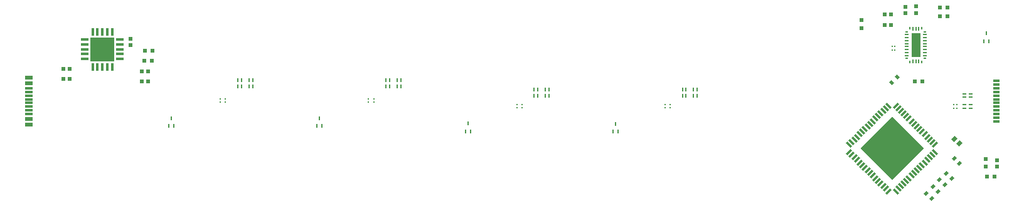
<source format=gtp>
G04*
G04 #@! TF.GenerationSoftware,Altium Limited,Altium Designer,25.8.1 (18)*
G04*
G04 Layer_Color=8421504*
%FSLAX44Y44*%
%MOMM*%
G71*
G04*
G04 #@! TF.SameCoordinates,C96D2FE9-1FD8-438A-A999-0EA797086850*
G04*
G04*
G04 #@! TF.FilePolarity,Positive*
G04*
G01*
G75*
G04:AMPARAMS|DCode=15|XSize=0.85mm|YSize=0.3mm|CornerRadius=0mm|HoleSize=0mm|Usage=FLASHONLY|Rotation=45.000|XOffset=0mm|YOffset=0mm|HoleType=Round|Shape=Rectangle|*
%AMROTATEDRECTD15*
4,1,4,-0.1945,-0.4066,-0.4066,-0.1945,0.1945,0.4066,0.4066,0.1945,-0.1945,-0.4066,0.0*
%
%ADD15ROTATEDRECTD15*%

G04:AMPARAMS|DCode=16|XSize=0.85mm|YSize=0.3mm|CornerRadius=0mm|HoleSize=0mm|Usage=FLASHONLY|Rotation=315.000|XOffset=0mm|YOffset=0mm|HoleType=Round|Shape=Rectangle|*
%AMROTATEDRECTD16*
4,1,4,-0.4066,0.1945,-0.1945,0.4066,0.4066,-0.1945,0.1945,-0.4066,-0.4066,0.1945,0.0*
%
%ADD16ROTATEDRECTD16*%

G04:AMPARAMS|DCode=17|XSize=0.46mm|YSize=0.2mm|CornerRadius=0.025mm|HoleSize=0mm|Usage=FLASHONLY|Rotation=90.000|XOffset=0mm|YOffset=0mm|HoleType=Round|Shape=RoundedRectangle|*
%AMROUNDEDRECTD17*
21,1,0.4600,0.1500,0,0,90.0*
21,1,0.4100,0.2000,0,0,90.0*
1,1,0.0500,0.0750,0.2050*
1,1,0.0500,0.0750,-0.2050*
1,1,0.0500,-0.0750,-0.2050*
1,1,0.0500,-0.0750,0.2050*
%
%ADD17ROUNDEDRECTD17*%
%ADD18R,0.9000X0.3000*%
%ADD19R,0.6000X0.5400*%
%ADD20R,1.2000X3.2000*%
%ADD21R,0.2000X0.5000*%
%ADD22R,0.5000X0.2000*%
%ADD23R,0.5400X0.6000*%
G04:AMPARAMS|DCode=24|XSize=0.475mm|YSize=0.5mm|CornerRadius=0mm|HoleSize=0mm|Usage=FLASHONLY|Rotation=225.000|XOffset=0mm|YOffset=0mm|HoleType=Round|Shape=Rectangle|*
%AMROTATEDRECTD24*
4,1,4,-0.0088,0.3447,0.3447,-0.0088,0.0088,-0.3447,-0.3447,0.0088,-0.0088,0.3447,0.0*
%
%ADD24ROTATEDRECTD24*%

%ADD25P,8.5560X4X90.0*%
G04:AMPARAMS|DCode=26|XSize=0.54mm|YSize=0.6mm|CornerRadius=0mm|HoleSize=0mm|Usage=FLASHONLY|Rotation=315.000|XOffset=0mm|YOffset=0mm|HoleType=Round|Shape=Rectangle|*
%AMROTATEDRECTD26*
4,1,4,-0.4031,-0.0212,0.0212,0.4031,0.4031,0.0212,-0.0212,-0.4031,-0.4031,-0.0212,0.0*
%
%ADD26ROTATEDRECTD26*%

G04:AMPARAMS|DCode=27|XSize=0.475mm|YSize=0.5mm|CornerRadius=0mm|HoleSize=0mm|Usage=FLASHONLY|Rotation=135.000|XOffset=0mm|YOffset=0mm|HoleType=Round|Shape=Rectangle|*
%AMROTATEDRECTD27*
4,1,4,0.3447,0.0088,-0.0088,-0.3447,-0.3447,-0.0088,0.0088,0.3447,0.3447,0.0088,0.0*
%
%ADD27ROTATEDRECTD27*%

%ADD28R,0.4750X0.5000*%
%ADD29R,0.3500X1.0000*%
%ADD30R,3.2500X3.2500*%
%ADD31R,1.0000X0.3500*%
%ADD32R,1.1400X0.6000*%
G04:AMPARAMS|DCode=33|XSize=0.565mm|YSize=0.2mm|CornerRadius=0.005mm|HoleSize=0mm|Usage=FLASHONLY|Rotation=90.000|XOffset=0mm|YOffset=0mm|HoleType=Round|Shape=RoundedRectangle|*
%AMROUNDEDRECTD33*
21,1,0.5650,0.1900,0,0,90.0*
21,1,0.5550,0.2000,0,0,90.0*
1,1,0.0100,0.0950,0.2775*
1,1,0.0100,0.0950,-0.2775*
1,1,0.0100,-0.0950,-0.2775*
1,1,0.0100,-0.0950,0.2775*
%
%ADD33ROUNDEDRECTD33*%
%ADD34R,0.2300X0.2200*%
%ADD35R,0.4000X0.2000*%
%ADD36R,0.2000X0.4000*%
%ADD37R,0.5000X0.4750*%
%ADD38R,1.1400X0.3000*%
G04:AMPARAMS|DCode=39|XSize=0.565mm|YSize=0.2mm|CornerRadius=0.005mm|HoleSize=0mm|Usage=FLASHONLY|Rotation=180.000|XOffset=0mm|YOffset=0mm|HoleType=Round|Shape=RoundedRectangle|*
%AMROUNDEDRECTD39*
21,1,0.5650,0.1900,0,0,180.0*
21,1,0.5550,0.2000,0,0,180.0*
1,1,0.0100,-0.2775,0.0950*
1,1,0.0100,0.2775,0.0950*
1,1,0.0100,0.2775,-0.0950*
1,1,0.0100,-0.2775,-0.0950*
%
%ADD39ROUNDEDRECTD39*%
%ADD40R,0.2200X0.2300*%
D15*
X1286016Y101576D02*
D03*
X1247125Y140467D02*
D03*
X1243590Y144002D02*
D03*
X1250661Y136931D02*
D03*
X1254196Y133396D02*
D03*
X1257732Y129860D02*
D03*
X1261267Y126325D02*
D03*
X1264803Y122789D02*
D03*
X1268338Y119253D02*
D03*
X1271874Y115718D02*
D03*
X1275409Y112182D02*
D03*
X1278945Y108647D02*
D03*
X1282480Y105111D02*
D03*
X1289552Y98040D02*
D03*
X1293087Y94505D02*
D03*
X1296623Y90969D02*
D03*
X1233690Y28037D02*
D03*
X1230155Y31572D02*
D03*
X1226619Y35108D02*
D03*
X1223083Y38643D02*
D03*
X1219548Y42179D02*
D03*
X1216012Y45714D02*
D03*
X1212477Y49250D02*
D03*
X1208941Y52785D02*
D03*
X1205406Y56321D02*
D03*
X1201870Y59857D02*
D03*
X1198335Y63392D02*
D03*
X1194799Y66927D02*
D03*
X1191264Y70463D02*
D03*
X1187728Y73999D02*
D03*
X1184193Y77534D02*
D03*
X1180657Y81070D02*
D03*
D16*
X1247125Y31572D02*
D03*
X1180657Y90969D02*
D03*
X1212477Y122789D02*
D03*
X1216012Y126325D02*
D03*
X1230155Y140467D02*
D03*
X1233690Y144002D02*
D03*
X1296623Y81070D02*
D03*
X1293087Y77534D02*
D03*
X1289552Y73999D02*
D03*
X1286016Y70463D02*
D03*
X1282480Y66927D02*
D03*
X1278945Y63392D02*
D03*
X1275409Y59857D02*
D03*
X1271874Y56321D02*
D03*
X1268338Y52785D02*
D03*
X1264803Y49250D02*
D03*
X1261267Y45714D02*
D03*
X1257732Y42179D02*
D03*
X1254196Y38643D02*
D03*
X1250661Y35108D02*
D03*
X1243590Y28037D02*
D03*
X1184193Y94505D02*
D03*
X1187728Y98040D02*
D03*
X1191264Y101576D02*
D03*
X1194799Y105111D02*
D03*
X1198335Y108647D02*
D03*
X1201870Y112182D02*
D03*
X1205406Y115718D02*
D03*
X1208941Y119253D02*
D03*
X1219548Y129860D02*
D03*
X1223083Y133396D02*
D03*
X1226619Y136931D02*
D03*
D17*
X1366120Y241574D02*
D03*
X466017Y126700D02*
D03*
X865569Y118999D02*
D03*
X666431Y119700D02*
D03*
X265788Y126700D02*
D03*
X269288Y116300D02*
D03*
X262288D02*
D03*
X1362620Y231174D02*
D03*
X1369620D02*
D03*
X862069Y108599D02*
D03*
X869069D02*
D03*
X662931Y109300D02*
D03*
X669931D02*
D03*
X462517Y116300D02*
D03*
X469517D02*
D03*
D18*
X1379750Y177500D02*
D03*
Y122500D02*
D03*
Y147500D02*
D03*
Y142500D02*
D03*
Y137500D02*
D03*
Y132500D02*
D03*
Y127500D02*
D03*
Y152500D02*
D03*
Y157500D02*
D03*
Y162500D02*
D03*
Y167500D02*
D03*
Y172500D02*
D03*
D19*
X1270961Y277852D02*
D03*
X1256895Y277771D02*
D03*
X1380598Y61748D02*
D03*
X211364Y233958D02*
D03*
Y225358D02*
D03*
X1270961Y269252D02*
D03*
X1380598Y70348D02*
D03*
X1256895Y269171D02*
D03*
D20*
X1270679Y225737D02*
D03*
D21*
Y247737D02*
D03*
X1266679D02*
D03*
Y203737D02*
D03*
X1270679D02*
D03*
X1274679D02*
D03*
Y247737D02*
D03*
D22*
X1258679Y231737D02*
D03*
Y239737D02*
D03*
Y235737D02*
D03*
Y227737D02*
D03*
Y223737D02*
D03*
Y219737D02*
D03*
Y215737D02*
D03*
Y211737D02*
D03*
X1282679D02*
D03*
Y215737D02*
D03*
Y219737D02*
D03*
Y223737D02*
D03*
Y227737D02*
D03*
Y231737D02*
D03*
Y235737D02*
D03*
Y239737D02*
D03*
D23*
X1228631Y252803D02*
D03*
X1228631Y267068D02*
D03*
X234455Y190541D02*
D03*
X120466Y193519D02*
D03*
X234557Y176444D02*
D03*
X120428Y179894D02*
D03*
X129028D02*
D03*
X129066Y193519D02*
D03*
X225855Y190541D02*
D03*
X225957Y176444D02*
D03*
X1237231Y267068D02*
D03*
X1237231Y252803D02*
D03*
D24*
X1245459Y182598D02*
D03*
X1238218Y175357D02*
D03*
D25*
X1238640Y86019D02*
D03*
D26*
X1329029Y92541D02*
D03*
X1322948Y98623D02*
D03*
D27*
X1329741Y65526D02*
D03*
X1309811Y36575D02*
D03*
X1300945Y27413D02*
D03*
X1292072Y18254D02*
D03*
X1302570Y43815D02*
D03*
X1284832Y25495D02*
D03*
X1293704Y34654D02*
D03*
X1322500Y72767D02*
D03*
X1318976Y45128D02*
D03*
X1311735Y52369D02*
D03*
D28*
X1377212Y48116D02*
D03*
X239452Y204921D02*
D03*
X1313522Y276724D02*
D03*
X1303282D02*
D03*
X1313322Y264539D02*
D03*
X1303082D02*
D03*
X229212Y204921D02*
D03*
X230643Y217903D02*
D03*
X240883D02*
D03*
X1279152Y176276D02*
D03*
X1268912D02*
D03*
X1366972Y48116D02*
D03*
D29*
X179525Y243496D02*
D03*
X166525D02*
D03*
X173025D02*
D03*
X179525Y196496D02*
D03*
X166525D02*
D03*
X173025D02*
D03*
X186025Y243496D02*
D03*
X160025D02*
D03*
Y196496D02*
D03*
X186025D02*
D03*
D30*
X173025Y219996D02*
D03*
D31*
X196525Y213496D02*
D03*
X149525Y232996D02*
D03*
Y226496D02*
D03*
Y219996D02*
D03*
Y213496D02*
D03*
Y206996D02*
D03*
X196525D02*
D03*
Y219996D02*
D03*
Y226496D02*
D03*
Y232996D02*
D03*
D32*
X73500Y182000D02*
D03*
Y118000D02*
D03*
Y126000D02*
D03*
Y174000D02*
D03*
D33*
X375700Y178331D02*
D03*
Y169981D02*
D03*
X370700Y178331D02*
D03*
Y169981D02*
D03*
X955700Y165296D02*
D03*
X960700D02*
D03*
X970700D02*
D03*
X975700D02*
D03*
Y156946D02*
D03*
X970700D02*
D03*
X960700D02*
D03*
X955700D02*
D03*
X755700Y165296D02*
D03*
X760700D02*
D03*
X770700D02*
D03*
X775700D02*
D03*
Y156946D02*
D03*
X770700D02*
D03*
X760700D02*
D03*
X755700D02*
D03*
X555700Y178331D02*
D03*
X560700D02*
D03*
X570700D02*
D03*
X575700D02*
D03*
Y169981D02*
D03*
X570700D02*
D03*
X560700D02*
D03*
X555700D02*
D03*
X355700Y178331D02*
D03*
X360700D02*
D03*
Y169981D02*
D03*
X355700D02*
D03*
D34*
X339200Y149091D02*
D03*
X332200D02*
D03*
X932446Y145083D02*
D03*
Y141383D02*
D03*
X939446Y145083D02*
D03*
Y141383D02*
D03*
X732312Y145083D02*
D03*
Y141383D02*
D03*
X739312Y145083D02*
D03*
Y141383D02*
D03*
X532200Y152751D02*
D03*
Y149051D02*
D03*
X539200Y152751D02*
D03*
Y149051D02*
D03*
X332200Y152791D02*
D03*
X339200D02*
D03*
D35*
X1258179Y243737D02*
D03*
Y207737D02*
D03*
X1283179D02*
D03*
Y243737D02*
D03*
D36*
X1262679Y203237D02*
D03*
X1278679D02*
D03*
Y248237D02*
D03*
X1262679D02*
D03*
D37*
X1197547Y248967D02*
D03*
Y259207D02*
D03*
X1364582Y71594D02*
D03*
Y61354D02*
D03*
D38*
X73500Y132500D02*
D03*
Y137500D02*
D03*
Y142500D02*
D03*
Y147500D02*
D03*
Y152500D02*
D03*
Y157500D02*
D03*
Y162500D02*
D03*
Y167500D02*
D03*
D39*
X1336405Y140062D02*
D03*
Y145062D02*
D03*
Y155062D02*
D03*
Y160062D02*
D03*
X1344754D02*
D03*
Y155062D02*
D03*
Y145062D02*
D03*
Y140062D02*
D03*
D40*
X1242549Y219323D02*
D03*
X1238849D02*
D03*
X1242591Y224218D02*
D03*
X1238891D02*
D03*
X1325743Y145062D02*
D03*
X1322043D02*
D03*
X1325743Y140062D02*
D03*
X1322043D02*
D03*
M02*

</source>
